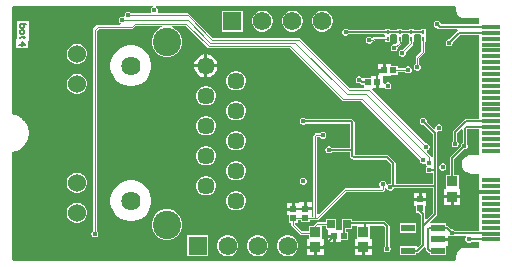
<source format=gbl>
G04*
G04 #@! TF.GenerationSoftware,Altium Limited,Altium Designer,22.7.1 (60)*
G04*
G04 Layer_Physical_Order=4*
G04 Layer_Color=16711680*
%FSLAX44Y44*%
%MOMM*%
G71*
G04*
G04 #@! TF.SameCoordinates,2F50B947-C67E-4D0A-9455-C6AB2E86B346*
G04*
G04*
G04 #@! TF.FilePolarity,Positive*
G04*
G01*
G75*
%ADD12C,0.2000*%
%ADD13C,0.1500*%
%ADD20R,0.2500X0.3500*%
%ADD22R,0.5200X0.5600*%
%ADD23R,0.5800X0.5400*%
%ADD27R,0.5600X0.5200*%
%ADD29R,1.5000X0.3500*%
%ADD50R,1.5700X1.5700*%
%ADD51C,1.5700*%
%ADD54C,0.1101*%
%ADD57C,0.1250*%
%ADD58C,0.1720*%
%ADD60C,1.6250*%
%ADD61C,2.4000*%
%ADD62C,1.5300*%
%ADD63C,1.4460*%
%ADD64C,0.4000*%
%ADD65C,1.2700*%
%ADD75R,0.6500X0.7000*%
%ADD76R,1.1500X0.6000*%
%ADD77R,0.9000X0.8500*%
%ADD78C,0.3000*%
G36*
X77089Y256566D02*
X77591Y256358D01*
X78435Y255514D01*
X78892Y254412D01*
Y253218D01*
X78640Y252609D01*
X79318Y251339D01*
X104340D01*
X104974Y251213D01*
X105512Y250854D01*
X125890Y230475D01*
X198610D01*
X199244Y230349D01*
X199781Y229990D01*
X241424Y188347D01*
X252777D01*
X253204Y189440D01*
X253204Y189617D01*
Y191144D01*
X251624D01*
X250898Y191288D01*
X250283Y191699D01*
X249910Y192072D01*
X248777D01*
X247675Y192529D01*
X246831Y193373D01*
X246374Y194475D01*
Y195669D01*
X246831Y196771D01*
X247675Y197615D01*
X248777Y198072D01*
X249971D01*
X251073Y197615D01*
X251917Y196771D01*
X251953Y196686D01*
X253204Y196640D01*
Y196640D01*
X259264D01*
Y198180D01*
X265180D01*
Y201930D01*
X270620D01*
Y203200D01*
X271890D01*
Y208440D01*
X276060D01*
Y206900D01*
X282320D01*
Y205101D01*
X288438D01*
X288487Y205220D01*
X289331Y206063D01*
X290433Y206520D01*
X291627D01*
X292729Y206063D01*
X293573Y205220D01*
X294030Y204117D01*
Y202924D01*
X293573Y201821D01*
X292729Y200977D01*
X291627Y200520D01*
X290433D01*
X289331Y200977D01*
X288487Y201821D01*
X288438Y201940D01*
X282320D01*
Y199500D01*
X276060D01*
Y197960D01*
X269944D01*
Y192266D01*
X270376Y192042D01*
X271214Y191877D01*
X271881Y192543D01*
X272983Y193000D01*
X274177D01*
X275279Y192543D01*
X276123Y191699D01*
X276580Y190597D01*
Y189403D01*
X276123Y188301D01*
X275279Y187457D01*
X274177Y187000D01*
X272983D01*
X271881Y187457D01*
X271214Y188123D01*
X269944Y187900D01*
X269828Y187900D01*
X265874D01*
Y193040D01*
X263334D01*
Y187900D01*
X260939D01*
X260413Y186630D01*
X305631Y141412D01*
X305673Y141430D01*
X306867D01*
X307969Y140973D01*
X308813Y140129D01*
X309270Y139027D01*
Y137833D01*
X308813Y136731D01*
X307969Y135887D01*
X307003Y135486D01*
X306721Y134874D01*
X306533Y134160D01*
X309981Y130711D01*
X310341Y130174D01*
X310414Y129808D01*
X311684Y129933D01*
Y149214D01*
X303898Y157000D01*
X302983D01*
X301881Y157457D01*
X301037Y158301D01*
X300580Y159403D01*
Y160597D01*
X301037Y161699D01*
X301881Y162543D01*
X302983Y163000D01*
X304177D01*
X305279Y162543D01*
X306123Y161699D01*
X306580Y160597D01*
Y159682D01*
X312414Y153848D01*
X313684Y154374D01*
Y155029D01*
X314141Y156131D01*
X314985Y156975D01*
X316087Y157432D01*
X317281D01*
X318383Y156975D01*
X319227Y156131D01*
X319684Y155029D01*
Y153835D01*
X319227Y152733D01*
X318383Y151889D01*
X317281Y151432D01*
X316388D01*
X316094Y151235D01*
X315684Y150782D01*
X315409Y150338D01*
X315476Y150000D01*
Y119160D01*
Y105410D01*
Y81280D01*
X315332Y80554D01*
X314921Y79939D01*
X309752Y74770D01*
X310278Y73500D01*
X322830D01*
Y71492D01*
X323542D01*
X324268Y71348D01*
X324883Y70937D01*
X327288Y68532D01*
X328203D01*
X329305Y68075D01*
X330075Y67305D01*
X351040D01*
Y95710D01*
Y104290D01*
Y115711D01*
X344580D01*
X344481Y115731D01*
X344380Y115721D01*
X343210Y115836D01*
X342923Y115923D01*
X342629Y115981D01*
X340466Y116877D01*
X339805Y117319D01*
X338149Y118975D01*
X337707Y119636D01*
X336811Y121799D01*
X336753Y122093D01*
X336666Y122380D01*
X336551Y123550D01*
X336570Y123750D01*
X336551Y123950D01*
X336666Y125120D01*
X336753Y125407D01*
X336811Y125701D01*
X337707Y127864D01*
X338149Y128525D01*
X339805Y130181D01*
X339805Y130181D01*
X340466Y130623D01*
X342629Y131519D01*
X342923Y131577D01*
X343210Y131664D01*
X344380Y131779D01*
X344481Y131770D01*
X344580Y131789D01*
X351040D01*
Y153061D01*
X340855D01*
X340800Y153006D01*
Y141163D01*
X341071Y140891D01*
X341528Y139789D01*
Y138595D01*
X341071Y137493D01*
X340227Y136649D01*
X339125Y136192D01*
X338210D01*
X330010Y127992D01*
Y114366D01*
X333614D01*
Y104176D01*
X333614Y103866D01*
X334362Y102906D01*
X335154D01*
Y97386D01*
X321074D01*
Y102906D01*
X321866D01*
X322614Y103866D01*
X322614Y104176D01*
Y114366D01*
X326218D01*
Y128778D01*
X326217Y128778D01*
X326362Y129504D01*
X326773Y130119D01*
X326773Y130119D01*
X335528Y138874D01*
Y139789D01*
X335985Y140891D01*
X336829Y141735D01*
X337007Y141809D01*
Y152831D01*
X335737Y153357D01*
X332550Y150170D01*
Y143316D01*
X333197Y142669D01*
X333654Y141567D01*
Y140373D01*
X333197Y139271D01*
X332353Y138427D01*
X331251Y137970D01*
X330057D01*
X328955Y138427D01*
X328111Y139271D01*
X327654Y140373D01*
Y141567D01*
X328111Y142669D01*
X328758Y143316D01*
Y150956D01*
X328902Y151681D01*
X329313Y152297D01*
X338357Y161341D01*
X338973Y161752D01*
X339698Y161896D01*
X351040D01*
Y232961D01*
X334851D01*
X328574Y226684D01*
Y225971D01*
X328117Y224869D01*
X327273Y224025D01*
X326171Y223568D01*
X324977D01*
X323875Y224025D01*
X323031Y224869D01*
X322574Y225971D01*
Y227165D01*
X323031Y228267D01*
X323875Y229111D01*
X324977Y229568D01*
X325690D01*
X332564Y236442D01*
X332937Y236691D01*
X332625Y237961D01*
X317476D01*
X316696Y238116D01*
X316034Y238558D01*
X315530Y239062D01*
X314817D01*
X313715Y239519D01*
X312871Y240363D01*
X312414Y241465D01*
Y242659D01*
X312871Y243761D01*
X313715Y244605D01*
X314817Y245062D01*
X316011D01*
X317113Y244605D01*
X317957Y243761D01*
X318414Y242659D01*
Y242039D01*
X351040D01*
Y247211D01*
X338580D01*
X338481Y247230D01*
X338380Y247221D01*
X337405Y247317D01*
X337118Y247404D01*
X336824Y247462D01*
X335022Y248209D01*
X335022Y248209D01*
X334360Y248651D01*
X334360Y248651D01*
X332981Y250030D01*
X332981Y250030D01*
X332539Y250692D01*
X331792Y252494D01*
X331734Y252788D01*
X331647Y253075D01*
X331551Y254050D01*
X331561Y254150D01*
X331541Y254250D01*
Y256337D01*
X330178Y257836D01*
X77342D01*
X77089Y256566D01*
D02*
G37*
G36*
X-44381Y256531D02*
Y165879D01*
X-41958Y165397D01*
X-41773Y165320D01*
X-41576Y165281D01*
X-39040Y164231D01*
X-38873Y164119D01*
X-38688Y164042D01*
X-36406Y162518D01*
X-36264Y162376D01*
X-36096Y162264D01*
X-34156Y160323D01*
X-34044Y160156D01*
X-33902Y160014D01*
X-32378Y157732D01*
X-32301Y157547D01*
X-32189Y157380D01*
X-31139Y154844D01*
X-31100Y154647D01*
X-31023Y154462D01*
X-30487Y151770D01*
Y151619D01*
X-30451Y151472D01*
X-30383Y150100D01*
X-30398Y150000D01*
X-30383Y149900D01*
X-30451Y148528D01*
X-30487Y148381D01*
Y148230D01*
X-31023Y145538D01*
X-31100Y145353D01*
X-31139Y145156D01*
X-32189Y142620D01*
X-32301Y142453D01*
X-32377Y142268D01*
X-33902Y139986D01*
X-34044Y139844D01*
X-34156Y139677D01*
X-36096Y137736D01*
X-36263Y137624D01*
X-36405Y137482D01*
X-38687Y135957D01*
X-38873Y135881D01*
X-39040Y135769D01*
X-41575Y134719D01*
X-41772Y134680D01*
X-41958Y134603D01*
X-44381Y134121D01*
Y43345D01*
X-43075Y42039D01*
X330235D01*
X331541Y43345D01*
Y45750D01*
X331561Y45849D01*
X331551Y45950D01*
X331647Y46925D01*
X331734Y47212D01*
X331792Y47506D01*
X332539Y49308D01*
X332981Y49970D01*
X334360Y51349D01*
X335022Y51791D01*
X336824Y52538D01*
X337118Y52596D01*
X337405Y52683D01*
X338380Y52779D01*
X338481Y52769D01*
X338580Y52789D01*
X351040D01*
Y57933D01*
X344570D01*
X344037Y57401D01*
X342935Y56944D01*
X341741D01*
X340639Y57401D01*
X339795Y58245D01*
X339338Y59347D01*
Y60541D01*
X339795Y61643D01*
X340108Y61957D01*
X339582Y63227D01*
X329543D01*
X329305Y62989D01*
X328203Y62532D01*
X327009D01*
X325907Y62989D01*
X325640Y63255D01*
X324370Y62729D01*
Y61270D01*
X316080D01*
Y58730D01*
X324370D01*
Y54460D01*
X322830D01*
Y46500D01*
X309330D01*
Y48604D01*
X309110D01*
X308384Y48748D01*
X307769Y49159D01*
X306199Y50729D01*
X305788Y51344D01*
X305644Y52070D01*
Y52961D01*
X304374Y53487D01*
X300046Y49159D01*
X300046Y49159D01*
X299431Y48748D01*
X298705Y48604D01*
X297830D01*
Y46500D01*
X284330D01*
Y54500D01*
X297830D01*
Y54103D01*
X299100Y53577D01*
X301675Y56152D01*
Y71272D01*
X301675Y71272D01*
X301675Y71272D01*
Y80503D01*
X299849Y82329D01*
X299688Y82570D01*
X297590D01*
Y88630D01*
X296050D01*
Y92700D01*
X301190D01*
X306330D01*
Y88630D01*
X304790D01*
Y82752D01*
X304913Y82629D01*
X305324Y82014D01*
X305468Y81288D01*
Y77509D01*
X306641Y77023D01*
X311684Y82065D01*
Y103514D01*
X278778D01*
X278333Y102441D01*
X277489Y101597D01*
X276387Y101140D01*
X275193D01*
X274091Y101597D01*
X273247Y102441D01*
X272984Y103076D01*
X271802Y103595D01*
X271520Y103610D01*
X271097Y103318D01*
Y102332D01*
X270971Y101698D01*
X270611Y101161D01*
X269879Y100428D01*
X269342Y100069D01*
X268708Y99943D01*
X238376D01*
X214986Y76553D01*
X214448Y76193D01*
X213814Y76067D01*
X207508D01*
Y74342D01*
X200308D01*
Y76485D01*
X197348D01*
Y74088D01*
X195415D01*
X195409Y72818D01*
X201038Y67189D01*
X206790D01*
Y71440D01*
X210697D01*
X210759Y71754D01*
X211118Y72291D01*
X212896Y74069D01*
X213434Y74429D01*
X214068Y74555D01*
X221102D01*
Y77398D01*
X229602D01*
X229602Y68398D01*
X230657Y67878D01*
X233796D01*
X234560Y68832D01*
Y70252D01*
X234560Y70252D01*
X234602Y70465D01*
Y77398D01*
X243102D01*
Y75556D01*
X270710D01*
X271436Y75412D01*
X272051Y75001D01*
X272051Y75001D01*
X274591Y72461D01*
X275002Y71846D01*
X275146Y71120D01*
Y54416D01*
X275793Y53769D01*
X276250Y52667D01*
Y51473D01*
X275793Y50371D01*
X274949Y49527D01*
X273847Y49070D01*
X272653D01*
X271551Y49527D01*
X270707Y50371D01*
X270250Y51473D01*
Y52667D01*
X270707Y53769D01*
X271354Y54416D01*
Y70335D01*
X269925Y71764D01*
X259566D01*
X258430Y71440D01*
Y61250D01*
X258430Y60940D01*
X259178Y59980D01*
X259970D01*
Y54460D01*
X245890D01*
Y59980D01*
X246682D01*
X247430Y60940D01*
X247430Y61250D01*
Y71440D01*
X246294Y71764D01*
X243102D01*
Y68398D01*
X238353D01*
Y66338D01*
X240056D01*
Y59138D01*
X233796D01*
Y57598D01*
X229726D01*
Y62738D01*
X228456D01*
Y64008D01*
X223116D01*
Y67878D01*
X222061Y68398D01*
X221102D01*
Y71241D01*
X217790D01*
Y61250D01*
X217790Y60940D01*
X218538Y59980D01*
X219330D01*
Y54460D01*
X205250D01*
Y59980D01*
X206042D01*
X206790Y60940D01*
X206790Y61250D01*
Y63875D01*
X200352D01*
X199718Y64001D01*
X199180Y64360D01*
X192576Y70964D01*
X192217Y71502D01*
X192091Y72136D01*
X192091Y72136D01*
Y74088D01*
X190148D01*
Y80348D01*
X188608D01*
Y84418D01*
X193748D01*
Y85688D01*
X195018D01*
Y91028D01*
X198768D01*
Y91282D01*
X202638D01*
Y85942D01*
X203908D01*
Y84672D01*
X209048D01*
Y80602D01*
X209048D01*
X209166Y79381D01*
X210633D01*
Y147408D01*
X210759Y148042D01*
X211118Y148579D01*
X211851Y149312D01*
X212388Y149671D01*
X213022Y149797D01*
X216079D01*
X216097Y149839D01*
X216941Y150683D01*
X218043Y151140D01*
X219237D01*
X220339Y150683D01*
X221183Y149839D01*
X221640Y148737D01*
Y147543D01*
X221183Y146441D01*
X220339Y145597D01*
X219237Y145140D01*
X218043D01*
X216941Y145597D01*
X216097Y146441D01*
X216079Y146483D01*
X213947D01*
Y81859D01*
X215120Y81373D01*
X236518Y102772D01*
X237056Y103131D01*
X237690Y103257D01*
X266824D01*
X267351Y104527D01*
X266897Y104981D01*
X266440Y106083D01*
Y107277D01*
X266897Y108379D01*
X267741Y109223D01*
X268843Y109680D01*
X270037D01*
X271139Y109223D01*
X271983Y108379D01*
X272440Y107277D01*
Y106829D01*
X273710Y106303D01*
X274091Y106683D01*
X275193Y107140D01*
X276301D01*
X276334Y107162D01*
X276434Y107182D01*
Y123732D01*
X272522Y127644D01*
X244588D01*
X243862Y127788D01*
X243247Y128199D01*
X242239Y129207D01*
X241828Y129822D01*
X241684Y130548D01*
Y133994D01*
X226066D01*
X225419Y133347D01*
X224317Y132890D01*
X223123D01*
X222021Y133347D01*
X221177Y134191D01*
X220720Y135293D01*
Y136487D01*
X221177Y137589D01*
X222021Y138433D01*
X223123Y138890D01*
X224317D01*
X225419Y138433D01*
X226066Y137786D01*
X241684D01*
Y158124D01*
X204476D01*
X203829Y157477D01*
X202727Y157020D01*
X201533D01*
X200431Y157477D01*
X199587Y158321D01*
X199130Y159423D01*
Y160617D01*
X199587Y161719D01*
X200431Y162563D01*
X201533Y163020D01*
X202727D01*
X203829Y162563D01*
X204476Y161916D01*
X242828D01*
X243554Y161772D01*
X244169Y161361D01*
X244169Y161361D01*
X244921Y160609D01*
X245332Y159993D01*
X245476Y159268D01*
Y135890D01*
Y131436D01*
X273308D01*
X274034Y131292D01*
X274649Y130881D01*
X279671Y125859D01*
X280082Y125244D01*
X280226Y124518D01*
Y107306D01*
X311684D01*
Y115995D01*
X310509Y116617D01*
X309407Y116160D01*
X308213D01*
X307111Y116617D01*
X306267Y117461D01*
X305810Y118563D01*
Y119757D01*
X306267Y120859D01*
X306388Y120980D01*
X307028Y121810D01*
X306388Y122640D01*
X306267Y122761D01*
X306008Y123386D01*
X305688Y123881D01*
X304540Y124048D01*
X304258Y123932D01*
X303065D01*
X301962Y124388D01*
X301119Y125232D01*
X300662Y126335D01*
Y127528D01*
X300679Y127571D01*
X250837Y177413D01*
X235688D01*
X235054Y177539D01*
X234516Y177899D01*
X190551Y221863D01*
X122120D01*
X121486Y221989D01*
X120948Y222348D01*
X102384Y240913D01*
X90947D01*
X90780Y239643D01*
X91598Y239424D01*
X94562Y237713D01*
X96983Y235292D01*
X98694Y232328D01*
X99580Y229021D01*
Y225599D01*
X98694Y222292D01*
X96983Y219328D01*
X94562Y216907D01*
X91598Y215196D01*
X88292Y214310D01*
X84868D01*
X81562Y215196D01*
X78598Y216907D01*
X76177Y219328D01*
X74466Y222292D01*
X73580Y225599D01*
Y229021D01*
X74466Y232328D01*
X76177Y235292D01*
X78598Y237713D01*
X81562Y239424D01*
X82380Y239643D01*
X82213Y240913D01*
X60286D01*
X58232Y238859D01*
X57694Y238499D01*
X57060Y238373D01*
X28826D01*
X27257Y236804D01*
Y67331D01*
X27299Y67313D01*
X28143Y66469D01*
X28600Y65367D01*
Y64173D01*
X28143Y63071D01*
X27299Y62227D01*
X26197Y61770D01*
X25003D01*
X23901Y62227D01*
X23057Y63071D01*
X22600Y64173D01*
Y65367D01*
X23057Y66469D01*
X23901Y67313D01*
X23943Y67331D01*
Y237490D01*
X24069Y238124D01*
X24429Y238661D01*
X26968Y241201D01*
X27506Y241561D01*
X28140Y241687D01*
X47301D01*
X47553Y242957D01*
X47269Y243075D01*
X46425Y243919D01*
X45968Y245021D01*
Y246215D01*
X46425Y247317D01*
X47269Y248161D01*
X48371Y248618D01*
X49565D01*
X49623Y248594D01*
X49968Y248739D01*
X50794Y249484D01*
Y250279D01*
X51251Y251381D01*
X52095Y252225D01*
X53197Y252682D01*
X54391D01*
X55493Y252225D01*
X56337Y251381D01*
X56355Y251339D01*
X72466D01*
X73144Y252609D01*
X72892Y253218D01*
Y254412D01*
X73349Y255514D01*
X74193Y256358D01*
X74695Y256566D01*
X74442Y257836D01*
X-43075D01*
X-44381Y256531D01*
D02*
G37*
%LPC*%
G36*
X237347Y238458D02*
X238541D01*
X239643Y238001D01*
X240269Y237375D01*
X271330D01*
Y238250D01*
X275830D01*
Y237396D01*
X281330D01*
Y238250D01*
X285830D01*
Y237396D01*
X291330D01*
Y238250D01*
X295830D01*
Y237396D01*
X301330D01*
Y238250D01*
X305830D01*
X305830Y232750D01*
X305830Y231480D01*
Y227250D01*
X305236D01*
Y218873D01*
X305115Y218268D01*
X304773Y217755D01*
X300330Y213313D01*
Y208291D01*
X300349Y208283D01*
X301193Y207439D01*
X301650Y206337D01*
Y205143D01*
X301193Y204041D01*
X300349Y203197D01*
X299247Y202740D01*
X298053D01*
X296951Y203197D01*
X296107Y204041D01*
X295650Y205143D01*
Y206337D01*
X296107Y207439D01*
X296951Y208283D01*
X297169Y208374D01*
Y213967D01*
X297289Y214572D01*
X297632Y215085D01*
X302074Y219528D01*
Y227250D01*
X301330D01*
X301330Y232750D01*
X300413Y233603D01*
X296746D01*
X295830Y232750D01*
X295830Y231480D01*
Y227250D01*
X295173D01*
Y226082D01*
X295053Y225477D01*
X294710Y224965D01*
X288699Y218953D01*
X288950Y218347D01*
Y217153D01*
X288493Y216051D01*
X287649Y215207D01*
X286547Y214750D01*
X285353D01*
X284251Y215207D01*
X283407Y216051D01*
X282950Y217153D01*
Y218347D01*
X283407Y219449D01*
X284251Y220293D01*
X285353Y220750D01*
X286025D01*
X291277Y226002D01*
X291330Y227250D01*
X291330Y227250D01*
X291330Y227250D01*
X291330Y232750D01*
X290414Y233603D01*
X286746D01*
X285830Y232750D01*
X285830Y231480D01*
Y227250D01*
X285161D01*
Y226609D01*
X285040Y226004D01*
X284698Y225491D01*
X282162Y222956D01*
X282211Y222837D01*
Y221644D01*
X281755Y220541D01*
X280911Y219697D01*
X279808Y219240D01*
X278615D01*
X277512Y219697D01*
X276668Y220541D01*
X276211Y221644D01*
Y222837D01*
X276668Y223940D01*
X277512Y224783D01*
X278615Y225240D01*
X279808D01*
X279927Y225191D01*
X280875Y226139D01*
X281330Y227250D01*
X281330D01*
X281330Y227250D01*
X281330Y232750D01*
X280413Y233603D01*
X276746D01*
X275830Y232750D01*
X275830Y231480D01*
Y227250D01*
X271330D01*
Y228419D01*
X262866D01*
X262484Y228037D01*
X261971Y227694D01*
X261366Y227574D01*
X260832D01*
X260553Y226901D01*
X259709Y226057D01*
X258607Y225600D01*
X257413D01*
X256311Y226057D01*
X255467Y226901D01*
X255010Y228003D01*
Y229197D01*
X255467Y230299D01*
X256311Y231143D01*
X257413Y231600D01*
X258607D01*
X259709Y231143D01*
X260117Y230735D01*
X260711D01*
X261094Y231118D01*
X261606Y231460D01*
X262211Y231581D01*
X271087D01*
X271330Y232750D01*
X270405Y233582D01*
X240311D01*
X239643Y232915D01*
X238541Y232458D01*
X237347D01*
X236245Y232915D01*
X235401Y233759D01*
X234944Y234861D01*
Y236055D01*
X235401Y237157D01*
X236245Y238001D01*
X237347Y238458D01*
D02*
G37*
G36*
X133082Y253706D02*
X150782D01*
Y236006D01*
X133082D01*
Y253706D01*
D02*
G37*
G36*
X166167D02*
X168497D01*
X170748Y253103D01*
X172766Y251938D01*
X174414Y250290D01*
X175579Y248272D01*
X176182Y246021D01*
Y243691D01*
X175579Y241440D01*
X174414Y239422D01*
X172766Y237774D01*
X170748Y236609D01*
X168497Y236006D01*
X166167D01*
X163916Y236609D01*
X161898Y237774D01*
X160250Y239422D01*
X159085Y241440D01*
X158482Y243691D01*
Y246021D01*
X159085Y248272D01*
X160250Y250290D01*
X161898Y251938D01*
X163916Y253103D01*
X166167Y253706D01*
D02*
G37*
G36*
X191567D02*
X193897D01*
X196148Y253103D01*
X198166Y251938D01*
X199814Y250290D01*
X200979Y248272D01*
X201582Y246021D01*
Y243691D01*
X200979Y241440D01*
X199814Y239422D01*
X198166Y237774D01*
X196148Y236609D01*
X193897Y236006D01*
X191567D01*
X189316Y236609D01*
X187298Y237774D01*
X185650Y239422D01*
X184485Y241440D01*
X183882Y243691D01*
Y246021D01*
X184485Y248272D01*
X185650Y250290D01*
X187298Y251938D01*
X189316Y253103D01*
X191567Y253706D01*
D02*
G37*
G36*
X216967D02*
X219297D01*
X221548Y253103D01*
X223566Y251938D01*
X225214Y250290D01*
X226379Y248272D01*
X226982Y246021D01*
Y243691D01*
X226379Y241440D01*
X225214Y239422D01*
X223566Y237774D01*
X221548Y236609D01*
X219297Y236006D01*
X216967D01*
X214716Y236609D01*
X212698Y237774D01*
X211050Y239422D01*
X209885Y241440D01*
X209282Y243691D01*
Y246021D01*
X209885Y248272D01*
X211050Y250290D01*
X212698Y251938D01*
X214716Y253103D01*
X216967Y253706D01*
D02*
G37*
G36*
X265180Y208440D02*
X269350D01*
Y204470D01*
X265180D01*
Y208440D01*
D02*
G37*
G36*
X319384Y124270D02*
X320577D01*
X321680Y123813D01*
X322524Y122969D01*
X322980Y121867D01*
Y120673D01*
X322524Y119571D01*
X321680Y118727D01*
X320577Y118270D01*
X319384D01*
X318281Y118727D01*
X317437Y119571D01*
X316980Y120673D01*
Y121867D01*
X317437Y122969D01*
X318281Y123813D01*
X319384Y124270D01*
D02*
G37*
G36*
X321074Y94846D02*
X326844D01*
Y89326D01*
X321074D01*
Y94846D01*
D02*
G37*
G36*
X329384D02*
X335154D01*
Y89326D01*
X329384D01*
Y94846D01*
D02*
G37*
G36*
X-40420Y245000D02*
X-30422D01*
Y228337D01*
X-31422D01*
Y221668D01*
X-41420D01*
Y230000D01*
X-40420D01*
Y245000D01*
D02*
G37*
G36*
X9241Y225810D02*
X11519D01*
X13719Y225221D01*
X15691Y224082D01*
X17302Y222471D01*
X18441Y220499D01*
X19030Y218299D01*
Y216021D01*
X18441Y213821D01*
X17302Y211849D01*
X15691Y210238D01*
X13719Y209100D01*
X11519Y208510D01*
X9241D01*
X7041Y209100D01*
X5069Y210238D01*
X3458Y211849D01*
X2319Y213821D01*
X1730Y216021D01*
Y218299D01*
X2319Y220499D01*
X3458Y222471D01*
X5069Y224082D01*
X7041Y225221D01*
X9241Y225810D01*
D02*
G37*
G36*
X118294Y216780D02*
X118310D01*
Y208280D01*
X109810D01*
Y208296D01*
X110476Y210781D01*
X111762Y213009D01*
X113581Y214828D01*
X115809Y216114D01*
X118294Y216780D01*
D02*
G37*
G36*
X120850D02*
X120866D01*
X123351Y216114D01*
X125579Y214828D01*
X127398Y213009D01*
X128684Y210781D01*
X129350Y208296D01*
Y208280D01*
X120850D01*
Y216780D01*
D02*
G37*
G36*
X109810Y205740D02*
X118310D01*
Y197240D01*
X118294D01*
X115809Y197906D01*
X113581Y199192D01*
X111762Y201011D01*
X110476Y203239D01*
X109810Y205724D01*
Y205740D01*
D02*
G37*
G36*
X120850D02*
X129350D01*
Y205724D01*
X128684Y203239D01*
X127398Y201011D01*
X125579Y199192D01*
X123351Y197906D01*
X120866Y197240D01*
X120850D01*
Y205740D01*
D02*
G37*
G36*
X54381Y224260D02*
X57779D01*
X61112Y223597D01*
X64251Y222297D01*
X67076Y220409D01*
X69479Y218006D01*
X71367Y215181D01*
X72667Y212042D01*
X73330Y208709D01*
Y205311D01*
X72667Y201978D01*
X71367Y198839D01*
X69479Y196014D01*
X67076Y193611D01*
X64251Y191723D01*
X61112Y190423D01*
X57779Y189760D01*
X54381D01*
X51048Y190423D01*
X47909Y191723D01*
X45084Y193611D01*
X42681Y196014D01*
X40793Y198839D01*
X39493Y201978D01*
X38830Y205311D01*
Y208709D01*
X39493Y212042D01*
X40793Y215181D01*
X42681Y218006D01*
X45084Y220409D01*
X47909Y222297D01*
X51048Y223597D01*
X54381Y224260D01*
D02*
G37*
G36*
X143897Y202540D02*
X146063D01*
X148157Y201979D01*
X150033Y200896D01*
X151566Y199363D01*
X152649Y197487D01*
X153210Y195394D01*
Y193227D01*
X152649Y191133D01*
X151566Y189257D01*
X150033Y187724D01*
X148157Y186641D01*
X146063Y186080D01*
X143897D01*
X141803Y186641D01*
X139927Y187724D01*
X138394Y189257D01*
X137311Y191133D01*
X136750Y193227D01*
Y195394D01*
X137311Y197487D01*
X138394Y199363D01*
X139927Y200896D01*
X141803Y201979D01*
X143897Y202540D01*
D02*
G37*
G36*
X9241Y200410D02*
X11519D01*
X13719Y199820D01*
X15691Y198682D01*
X17302Y197071D01*
X18441Y195099D01*
X19030Y192899D01*
Y190621D01*
X18441Y188421D01*
X17302Y186449D01*
X15691Y184838D01*
X13719Y183699D01*
X11519Y183110D01*
X9241D01*
X7041Y183699D01*
X5069Y184838D01*
X3458Y186449D01*
X2319Y188421D01*
X1730Y190621D01*
Y192899D01*
X2319Y195099D01*
X3458Y197071D01*
X5069Y198682D01*
X7041Y199820D01*
X9241Y200410D01*
D02*
G37*
G36*
X118497Y189840D02*
X120663D01*
X122757Y189279D01*
X124633Y188196D01*
X126166Y186663D01*
X127249Y184787D01*
X127810Y182694D01*
Y180527D01*
X127249Y178433D01*
X126166Y176557D01*
X124633Y175024D01*
X122757Y173941D01*
X120663Y173380D01*
X118497D01*
X116403Y173941D01*
X114527Y175024D01*
X112994Y176557D01*
X111911Y178433D01*
X111350Y180527D01*
Y182694D01*
X111911Y184787D01*
X112994Y186663D01*
X114527Y188196D01*
X116403Y189279D01*
X118497Y189840D01*
D02*
G37*
G36*
X143897Y177140D02*
X146063D01*
X148157Y176579D01*
X150033Y175496D01*
X151566Y173963D01*
X152649Y172087D01*
X153210Y169993D01*
Y167826D01*
X152649Y165733D01*
X151566Y163857D01*
X150033Y162324D01*
X148157Y161241D01*
X146063Y160680D01*
X143897D01*
X141803Y161241D01*
X139927Y162324D01*
X138394Y163857D01*
X137311Y165733D01*
X136750Y167826D01*
Y169993D01*
X137311Y172087D01*
X138394Y173963D01*
X139927Y175496D01*
X141803Y176579D01*
X143897Y177140D01*
D02*
G37*
G36*
X118497Y164440D02*
X120663D01*
X122757Y163879D01*
X124633Y162796D01*
X126166Y161263D01*
X127249Y159387D01*
X127810Y157294D01*
Y155126D01*
X127249Y153033D01*
X126166Y151157D01*
X124633Y149624D01*
X122757Y148541D01*
X120663Y147980D01*
X118497D01*
X116403Y148541D01*
X114527Y149624D01*
X112994Y151157D01*
X111911Y153033D01*
X111350Y155126D01*
Y157294D01*
X111911Y159387D01*
X112994Y161263D01*
X114527Y162796D01*
X116403Y163879D01*
X118497Y164440D01*
D02*
G37*
G36*
X143897Y151740D02*
X146063D01*
X148157Y151179D01*
X150033Y150096D01*
X151566Y148563D01*
X152649Y146687D01*
X153210Y144593D01*
Y142427D01*
X152649Y140333D01*
X151566Y138457D01*
X150033Y136924D01*
X148157Y135841D01*
X146063Y135280D01*
X143897D01*
X141803Y135841D01*
X139927Y136924D01*
X138394Y138457D01*
X137311Y140333D01*
X136750Y142427D01*
Y144593D01*
X137311Y146687D01*
X138394Y148563D01*
X139927Y150096D01*
X141803Y151179D01*
X143897Y151740D01*
D02*
G37*
G36*
X118497Y139040D02*
X120663D01*
X122757Y138479D01*
X124633Y137396D01*
X126166Y135863D01*
X127249Y133987D01*
X127810Y131894D01*
Y129726D01*
X127249Y127633D01*
X126166Y125757D01*
X124633Y124224D01*
X122757Y123141D01*
X120663Y122580D01*
X118497D01*
X116403Y123141D01*
X114527Y124224D01*
X112994Y125757D01*
X111911Y127633D01*
X111350Y129726D01*
Y131894D01*
X111911Y133987D01*
X112994Y135863D01*
X114527Y137396D01*
X116403Y138479D01*
X118497Y139040D01*
D02*
G37*
G36*
X143897Y126340D02*
X146063D01*
X148157Y125779D01*
X150033Y124696D01*
X151566Y123163D01*
X152649Y121287D01*
X153210Y119193D01*
Y117027D01*
X152649Y114933D01*
X151566Y113057D01*
X150033Y111524D01*
X148157Y110441D01*
X146063Y109880D01*
X143897D01*
X141803Y110441D01*
X139927Y111524D01*
X138394Y113057D01*
X137311Y114933D01*
X136750Y117027D01*
Y119193D01*
X137311Y121287D01*
X138394Y123163D01*
X139927Y124696D01*
X141803Y125779D01*
X143897Y126340D01*
D02*
G37*
G36*
X201533Y112220D02*
X202727D01*
X203829Y111763D01*
X204673Y110919D01*
X205130Y109817D01*
Y108623D01*
X204673Y107521D01*
X203829Y106677D01*
X202727Y106220D01*
X201533D01*
X200431Y106677D01*
X199587Y107521D01*
X199130Y108623D01*
Y109817D01*
X199587Y110919D01*
X200431Y111763D01*
X201533Y112220D01*
D02*
G37*
G36*
X9241Y116610D02*
X11519D01*
X13719Y116020D01*
X15691Y114882D01*
X17302Y113271D01*
X18441Y111299D01*
X19030Y109099D01*
Y106821D01*
X18441Y104621D01*
X17302Y102649D01*
X15691Y101038D01*
X13719Y99900D01*
X11519Y99310D01*
X9241D01*
X7041Y99900D01*
X5069Y101038D01*
X3458Y102649D01*
X2319Y104621D01*
X1730Y106821D01*
Y109099D01*
X2319Y111299D01*
X3458Y113271D01*
X5069Y114882D01*
X7041Y116020D01*
X9241Y116610D01*
D02*
G37*
G36*
X118497Y113640D02*
X120663D01*
X122757Y113079D01*
X124633Y111996D01*
X126166Y110463D01*
X127249Y108587D01*
X127810Y106494D01*
Y104326D01*
X127249Y102233D01*
X126166Y100357D01*
X124633Y98824D01*
X122757Y97741D01*
X120663Y97180D01*
X118497D01*
X116403Y97741D01*
X114527Y98824D01*
X112994Y100357D01*
X111911Y102233D01*
X111350Y104326D01*
Y106494D01*
X111911Y108587D01*
X112994Y110463D01*
X114527Y111996D01*
X116403Y113079D01*
X118497Y113640D01*
D02*
G37*
G36*
X296050Y99310D02*
X299920D01*
Y95240D01*
X296050D01*
Y99310D01*
D02*
G37*
G36*
X302460D02*
X306330D01*
Y95240D01*
X302460D01*
Y99310D01*
D02*
G37*
G36*
X205178Y91282D02*
X209048D01*
Y87212D01*
X205178D01*
Y91282D01*
D02*
G37*
G36*
X188608Y91028D02*
X192478D01*
Y86958D01*
X188608D01*
Y91028D01*
D02*
G37*
G36*
X143897Y100940D02*
X146063D01*
X148157Y100379D01*
X150033Y99296D01*
X151566Y97763D01*
X152649Y95887D01*
X153210Y93793D01*
Y91627D01*
X152649Y89533D01*
X151566Y87657D01*
X150033Y86124D01*
X148157Y85041D01*
X146063Y84480D01*
X143897D01*
X141803Y85041D01*
X139927Y86124D01*
X138394Y87657D01*
X137311Y89533D01*
X136750Y91627D01*
Y93793D01*
X137311Y95887D01*
X138394Y97763D01*
X139927Y99296D01*
X141803Y100379D01*
X143897Y100940D01*
D02*
G37*
G36*
X54381Y109960D02*
X57779D01*
X61112Y109297D01*
X64251Y107997D01*
X67076Y106109D01*
X69479Y103706D01*
X71367Y100881D01*
X72667Y97742D01*
X73330Y94409D01*
Y91011D01*
X72667Y87678D01*
X71367Y84539D01*
X69479Y81714D01*
X67076Y79311D01*
X64251Y77423D01*
X61112Y76123D01*
X57779Y75460D01*
X54381D01*
X51048Y76123D01*
X47909Y77423D01*
X45084Y79311D01*
X42681Y81714D01*
X40793Y84539D01*
X39493Y87678D01*
X38830Y91011D01*
Y94409D01*
X39493Y97742D01*
X40793Y100881D01*
X42681Y103706D01*
X45084Y106109D01*
X47909Y107997D01*
X51048Y109297D01*
X54381Y109960D01*
D02*
G37*
G36*
X9241Y91210D02*
X11519D01*
X13719Y90620D01*
X15691Y89482D01*
X17302Y87871D01*
X18441Y85899D01*
X19030Y83699D01*
Y81421D01*
X18441Y79221D01*
X17302Y77249D01*
X15691Y75638D01*
X13719Y74500D01*
X11519Y73910D01*
X9241D01*
X7041Y74500D01*
X5069Y75638D01*
X3458Y77249D01*
X2319Y79221D01*
X1730Y81421D01*
Y83699D01*
X2319Y85899D01*
X3458Y87871D01*
X5069Y89482D01*
X7041Y90620D01*
X9241Y91210D01*
D02*
G37*
G36*
X284330Y73500D02*
X297830D01*
Y65500D01*
X284330D01*
Y73500D01*
D02*
G37*
G36*
X84868Y85410D02*
X88292D01*
X91598Y84524D01*
X94562Y82813D01*
X96983Y80392D01*
X98694Y77428D01*
X99580Y74121D01*
Y70698D01*
X98694Y67392D01*
X96983Y64428D01*
X94562Y62007D01*
X91598Y60296D01*
X88292Y59410D01*
X84868D01*
X81562Y60296D01*
X78598Y62007D01*
X76177Y64428D01*
X74466Y67392D01*
X73580Y70698D01*
Y74121D01*
X74466Y77428D01*
X76177Y80392D01*
X78598Y82813D01*
X81562Y84524D01*
X84868Y85410D01*
D02*
G37*
G36*
X223116Y61468D02*
X227186D01*
Y57598D01*
X223116D01*
Y61468D01*
D02*
G37*
G36*
X205250Y51920D02*
X211020D01*
Y46400D01*
X205250D01*
Y51920D01*
D02*
G37*
G36*
X213560D02*
X219330D01*
Y46400D01*
X213560D01*
Y51920D01*
D02*
G37*
G36*
X245890D02*
X251660D01*
Y46400D01*
X245890D01*
Y51920D01*
D02*
G37*
G36*
X254200D02*
X259970D01*
Y46400D01*
X254200D01*
Y51920D01*
D02*
G37*
G36*
X103872Y63460D02*
X121572D01*
Y45760D01*
X103872D01*
Y63460D01*
D02*
G37*
G36*
X136957D02*
X139287D01*
X141538Y62857D01*
X143556Y61692D01*
X145204Y60044D01*
X146369Y58026D01*
X146972Y55775D01*
Y53445D01*
X146369Y51194D01*
X145204Y49176D01*
X143556Y47528D01*
X141538Y46363D01*
X139287Y45760D01*
X136957D01*
X134706Y46363D01*
X132688Y47528D01*
X131040Y49176D01*
X129875Y51194D01*
X129272Y53445D01*
Y55775D01*
X129875Y58026D01*
X131040Y60044D01*
X132688Y61692D01*
X134706Y62857D01*
X136957Y63460D01*
D02*
G37*
G36*
X162357D02*
X164687D01*
X166938Y62857D01*
X168956Y61692D01*
X170604Y60044D01*
X171769Y58026D01*
X172372Y55775D01*
Y53445D01*
X171769Y51194D01*
X170604Y49176D01*
X168956Y47528D01*
X166938Y46363D01*
X164687Y45760D01*
X162357D01*
X160106Y46363D01*
X158088Y47528D01*
X156440Y49176D01*
X155275Y51194D01*
X154672Y53445D01*
Y55775D01*
X155275Y58026D01*
X156440Y60044D01*
X158088Y61692D01*
X160106Y62857D01*
X162357Y63460D01*
D02*
G37*
G36*
X187757D02*
X190087D01*
X192338Y62857D01*
X194356Y61692D01*
X196004Y60044D01*
X197169Y58026D01*
X197772Y55775D01*
Y53445D01*
X197169Y51194D01*
X196004Y49176D01*
X194356Y47528D01*
X192338Y46363D01*
X190087Y45760D01*
X187757D01*
X185506Y46363D01*
X183488Y47528D01*
X181840Y49176D01*
X180675Y51194D01*
X180072Y53445D01*
Y55775D01*
X180675Y58026D01*
X181840Y60044D01*
X183488Y61692D01*
X185506Y62857D01*
X187757Y63460D01*
D02*
G37*
%LPD*%
D12*
X194065Y86005D02*
X193748Y85688D01*
X194256Y94488D02*
X194065Y94298D01*
X203845Y85878D02*
X193939D01*
X194065Y86005D02*
Y94298D01*
X193939Y85878D02*
X193748Y85688D01*
X327872Y65266D02*
X327606Y65532D01*
X360814Y65266D02*
X327872D01*
X218654Y53444D02*
X212544D01*
X212290Y53190D01*
X346148Y99822D02*
X342442Y96116D01*
X328114D01*
X317476Y240000D02*
X315414Y242062D01*
X226402Y61192D02*
X222229Y57019D01*
X232057Y47191D02*
Y47191D01*
X222229Y57019D01*
X218654Y53444D01*
X233528Y45720D02*
X232057Y47191D01*
X241754Y45720D02*
X233528D01*
X268979Y201559D02*
X264819D01*
X264436Y201176D01*
X270620Y203200D02*
X268979Y201559D01*
X264604Y193040D02*
Y200904D01*
X334006Y235000D02*
X325574Y226568D01*
X361080Y235000D02*
X334006D01*
X346402Y212852D02*
X346148Y213106D01*
X361080Y65000D02*
X360814Y65266D01*
X228202Y62992D02*
X228002D01*
X226402Y61392D01*
Y61192D02*
Y61392D01*
X316136Y59944D02*
X315826Y60254D01*
X328876Y59944D02*
X316136D01*
X361080Y150000D02*
X360682Y149602D01*
X361080Y60000D02*
X361052Y59972D01*
X342366D01*
X342338Y59944D01*
X361080Y240000D02*
X317476D01*
D13*
X-32922Y242500D02*
X-37920D01*
Y240001D01*
X-37087Y239168D01*
X-36254D01*
X-35421D01*
X-34588Y240001D01*
Y242500D01*
X-37920Y236669D02*
Y235002D01*
X-37087Y234169D01*
X-35421D01*
X-34588Y235002D01*
Y236669D01*
X-35421Y237502D01*
X-37087D01*
X-37920Y236669D01*
X-33755Y231670D02*
X-34588D01*
Y232503D01*
Y230837D01*
Y231670D01*
X-37087D01*
X-37920Y230837D01*
X-38920Y225001D02*
X-33922D01*
X-36421Y227500D01*
Y224168D01*
D20*
X283580Y235500D02*
D03*
Y230000D02*
D03*
X273580Y235500D02*
D03*
Y230000D02*
D03*
X293580Y235500D02*
D03*
Y230000D02*
D03*
X303580D02*
D03*
Y235500D02*
D03*
D22*
X193748Y85688D02*
D03*
Y77888D02*
D03*
X301190Y86370D02*
D03*
Y93970D02*
D03*
X203908Y85942D02*
D03*
Y78142D02*
D03*
D23*
X270620Y203200D02*
D03*
X278420D02*
D03*
D27*
X257004Y193040D02*
D03*
X264604D02*
D03*
X228456Y62738D02*
D03*
X236256D02*
D03*
D29*
X361080Y240000D02*
D03*
Y235000D02*
D03*
Y230000D02*
D03*
Y225000D02*
D03*
Y220000D02*
D03*
Y215000D02*
D03*
Y210000D02*
D03*
Y205000D02*
D03*
Y200000D02*
D03*
Y195000D02*
D03*
Y190000D02*
D03*
Y185000D02*
D03*
Y180000D02*
D03*
Y175000D02*
D03*
Y170000D02*
D03*
Y165000D02*
D03*
Y160000D02*
D03*
Y155000D02*
D03*
Y150000D02*
D03*
Y145000D02*
D03*
Y140000D02*
D03*
Y135000D02*
D03*
Y110000D02*
D03*
Y105000D02*
D03*
Y100000D02*
D03*
Y95000D02*
D03*
Y90000D02*
D03*
Y85000D02*
D03*
Y80000D02*
D03*
Y75000D02*
D03*
Y70000D02*
D03*
Y65000D02*
D03*
Y60000D02*
D03*
D50*
X141932Y244856D02*
D03*
X112722Y54610D02*
D03*
D51*
X167332Y244856D02*
D03*
X192732D02*
D03*
X218132D02*
D03*
X138122Y54610D02*
D03*
X163522D02*
D03*
X188922D02*
D03*
D54*
X291030Y203520D02*
X278740D01*
X278420Y203200D01*
X291030Y203520D02*
X290710Y203200D01*
X298749Y205839D02*
X298650Y205740D01*
X303655Y229925D02*
X303580Y230000D01*
X303655Y218873D02*
Y229925D01*
X298749Y205839D02*
Y213967D01*
X303655Y218873D02*
X298749Y213967D01*
X283580Y226609D02*
Y230000D01*
Y226609D02*
X279211Y222240D01*
X285950Y217750D02*
Y218440D01*
X293592Y229988D02*
X293580Y230000D01*
X293592Y226082D02*
Y229988D01*
Y226082D02*
X285950Y218440D01*
X261366Y229155D02*
X258565D01*
X273580Y230000D02*
X262211D01*
X261366Y229155D01*
X258565D02*
X258010Y228600D01*
D57*
X104086Y245618D02*
X48968D01*
X104340Y249682D02*
X53794D01*
X198610Y228818D02*
X125204D01*
X122120Y223520D02*
X103070Y242570D01*
X125204Y228818D02*
X104340Y249682D01*
X123136Y226568D02*
X104086Y245618D01*
X191238Y223520D02*
X122120D01*
X195048Y226568D02*
X123136D01*
X103070Y242570D02*
X59600D01*
X203908Y78142D02*
X193748D01*
X211632Y65532D02*
X200352D01*
X193748Y72136D02*
Y77888D01*
X200352Y65532D02*
X193748Y72136D01*
X212290Y77724D02*
X203908D01*
Y78142D01*
X268708Y101600D02*
X237690D01*
X213814Y77724D01*
X212290D01*
Y147408D01*
Y66190D02*
X211632Y65532D01*
X240738Y186690D02*
X198610Y228818D01*
X238736Y182880D02*
X195048Y226568D01*
X255470Y182880D02*
X238736D01*
X235688Y179070D02*
X191238Y223520D01*
X251523Y179070D02*
X235688D01*
X59600Y242570D02*
X57060Y240030D01*
X258010Y186690D02*
X240738D01*
X306270Y138430D02*
X258010Y186690D01*
X57060Y240030D02*
X28140D01*
X25600Y237490D01*
X212290Y66190D02*
Y71120D01*
X214068Y72898D02*
X212290Y71120D01*
X225352Y72898D02*
X214068D01*
X54302Y249174D02*
X53794Y249682D01*
X308810Y129540D02*
X255470Y182880D01*
X308810Y124460D02*
Y129540D01*
X25600Y64770D02*
Y237490D01*
X303662Y126932D02*
X251523Y179070D01*
X269440Y102332D02*
X268708Y101600D01*
X269440Y102332D02*
Y106680D01*
X213022Y148140D02*
X212290Y147408D01*
X218640Y148140D02*
X213022D01*
D58*
X293580Y235500D02*
X283580D01*
X273580D01*
X273559Y235479D02*
X237965D01*
X303580Y235500D02*
X293580D01*
X237965Y235479D02*
X237944Y235458D01*
X273580Y235500D02*
X273559Y235479D01*
X327606Y65532D02*
X323542Y69596D01*
X328114Y109116D02*
Y128778D01*
X338528Y139192D02*
X328114Y128778D01*
X361037Y154958D02*
X340070D01*
X338904Y139567D02*
Y153792D01*
X340070Y154958D02*
X338904Y153792D01*
X361080Y160000D02*
X339698D01*
X330654Y140970D02*
Y150956D01*
X339698Y160000D02*
X330654Y150956D01*
X338904Y139567D02*
X338528Y139192D01*
X249592Y195072D02*
X249374D01*
X257004Y193040D02*
X251624D01*
X249592Y195072D01*
X323542Y69596D02*
X316176D01*
X316080Y69500D01*
X238852Y72648D02*
Y72898D01*
X236456Y62938D02*
X236256Y62738D01*
X238852Y72648D02*
X236456Y70252D01*
Y62938D02*
Y70252D01*
X239614Y73660D02*
X238852Y72898D01*
X361080Y155000D02*
X361037Y154958D01*
X319980Y121270D02*
X319830Y121420D01*
X316080Y69500D02*
X308460D01*
X76077Y254000D02*
X75892Y253815D01*
X254200Y73660D02*
X239614D01*
X270710D02*
X254200D01*
Y67460D02*
X252930Y66190D01*
X254200Y67460D02*
Y73660D01*
X273250Y52070D02*
Y71120D01*
X270710Y73660D01*
X303572Y71272D02*
Y81288D01*
X313580Y81280D02*
X303572Y71272D01*
Y55367D02*
Y71272D01*
X313580Y81280D02*
Y105410D01*
X301190Y83670D02*
Y86370D01*
X303572Y55367D02*
X298705Y50500D01*
X303572Y81288D02*
X301190Y83670D01*
X242828Y160020D02*
X202130D01*
X243580Y135890D02*
Y159268D01*
X242828Y160020D01*
X243580Y130548D02*
Y135890D01*
X244588Y129540D02*
X243580Y130548D01*
X273308Y129540D02*
X244588D01*
X278330Y124518D02*
X273308Y129540D01*
X278330Y105410D02*
Y124518D01*
X243580Y135890D02*
X223720D01*
X298705Y50500D02*
X291080D01*
X277060Y105410D02*
X275790Y104140D01*
X313580Y105410D02*
X278330D01*
X277060D01*
X313580Y150000D02*
X303580Y160000D01*
X313580Y105410D02*
Y119160D01*
X308810D01*
X313580D02*
Y150000D01*
X316080Y50500D02*
X309110D01*
X307540Y52070D01*
Y68580D01*
X308460Y69500D02*
X307540Y68580D01*
D60*
X56080Y207010D02*
D03*
Y92710D02*
D03*
D61*
X86580Y227310D02*
D03*
Y72410D02*
D03*
D62*
X10380Y217160D02*
D03*
Y191760D02*
D03*
Y107960D02*
D03*
Y82560D02*
D03*
D63*
X119580Y207010D02*
D03*
X144980Y194310D02*
D03*
X119580Y181610D02*
D03*
X144980Y168910D02*
D03*
X119580Y156210D02*
D03*
X144980Y143510D02*
D03*
X119580Y130810D02*
D03*
X144980Y118110D02*
D03*
X119580Y105410D02*
D03*
X144980Y92710D02*
D03*
D64*
X279346Y134366D02*
D03*
X248104Y165608D02*
D03*
X194256Y94488D02*
D03*
X202130Y109220D02*
D03*
Y160020D02*
D03*
X347926Y137922D02*
D03*
X347940Y149860D02*
D03*
X346148Y182626D02*
D03*
Y197358D02*
D03*
X347926Y167640D02*
D03*
X237944Y235458D02*
D03*
X327606Y65532D02*
D03*
X316684Y154432D02*
D03*
X346148Y99822D02*
D03*
X270564Y245065D02*
D03*
X242770Y64770D02*
D03*
X338528Y139192D02*
D03*
X289868Y109937D02*
D03*
X235404Y113538D02*
D03*
X217224Y176739D02*
D03*
X264436Y201176D02*
D03*
X325574Y226568D02*
D03*
X330654Y140970D02*
D03*
X249374Y195072D02*
D03*
X273580Y190000D02*
D03*
X346148Y226822D02*
D03*
Y213106D02*
D03*
X348434Y76200D02*
D03*
X291030Y203520D02*
D03*
X298650Y205740D02*
D03*
X7566Y139192D02*
D03*
Y159512D02*
D03*
X284172Y60452D02*
D03*
Y87630D02*
D03*
X48968Y139192D02*
D03*
Y159512D02*
D03*
X67256Y139192D02*
D03*
Y159512D02*
D03*
X241754Y45720D02*
D03*
X328876Y59944D02*
D03*
X279211Y222240D02*
D03*
X285950Y217750D02*
D03*
X315414Y242062D02*
D03*
X342338Y59944D02*
D03*
X53794Y249682D02*
D03*
X48968Y245618D02*
D03*
X75892Y253815D02*
D03*
X258010Y228600D02*
D03*
X308810Y124460D02*
D03*
X306270Y138430D02*
D03*
X25600Y64770D02*
D03*
X303662Y126932D02*
D03*
X269440Y106680D02*
D03*
X218640Y148140D02*
D03*
X223720Y135890D02*
D03*
X275790Y104140D02*
D03*
X303580Y160000D02*
D03*
X308810Y119160D02*
D03*
X319980Y121270D02*
D03*
X273250Y52070D02*
D03*
D65*
X263580Y150000D02*
D03*
D75*
X225352Y72898D02*
D03*
X238852D02*
D03*
D76*
X291080Y50500D02*
D03*
X316080D02*
D03*
Y60000D02*
D03*
Y69500D02*
D03*
X291080D02*
D03*
D77*
X252930Y53190D02*
D03*
Y66190D02*
D03*
X328114Y96116D02*
D03*
Y109116D02*
D03*
X212290Y66190D02*
D03*
Y53190D02*
D03*
D78*
X361258Y99822D02*
X346148D01*
M02*

</source>
